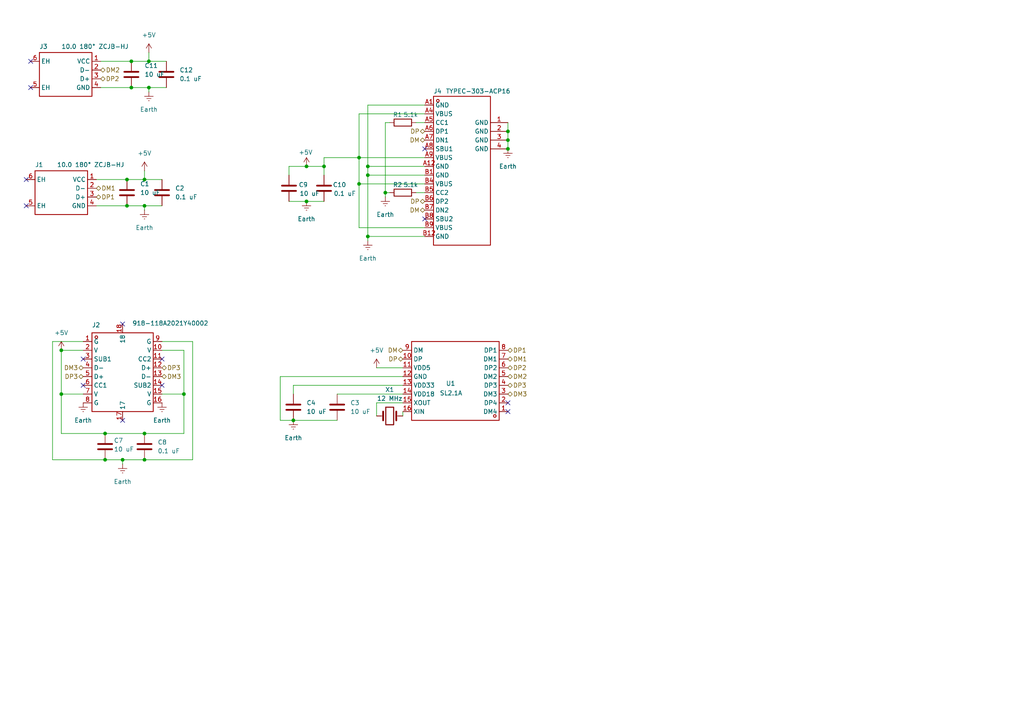
<source format=kicad_sch>
(kicad_sch (version 20250114) (generator "eeschema") (generator_version "9.0")
  (paper "A4")
  (lib_symbols
    (symbol "Device:C" (pin_numbers (hide yes)) (pin_names (offset 0.254))
      (property "Reference" "C" (at 0.635 2.54 0))
      (property "Value" "C" (at 0.635 -2.54 0))
      (symbol "C_0_1"
        (polyline (pts (xy -2.032 0.762) (xy 2.032 0.762)) (stroke (width 0.508)))
        (polyline (pts (xy -2.032 -0.762) (xy 2.032 -0.762)) (stroke (width 0.508)))
      )
      (symbol "C_1_1"
        (pin passive line (at 0 3.81 270) (length 2.794) (name "~") (number "1"))
        (pin passive line (at 0 -3.81 90) (length 2.794) (name "~") (number "2"))
      )
    )
    (symbol "Device:Crystal" (pin_numbers (hide yes)) (pin_names (offset 1.016) (hide yes))
      (property "Reference" "Y" (at 0 3.81 0))
      (property "Value" "Crystal" (at 0 -3.81 0))
      (symbol "Crystal_0_1"
        (polyline (pts (xy -2.54 0) (xy -1.905 0)))
        (polyline (pts (xy -1.905 -1.27) (xy -1.905 1.27)) (stroke (width 0.508)))
        (rectangle (start -1.143 2.54) (end 1.143 -2.54) (stroke (width 0.3048)))
        (polyline (pts (xy 1.905 -1.27) (xy 1.905 1.27)) (stroke (width 0.508)))
        (polyline (pts (xy 2.54 0) (xy 1.905 0)))
      )
      (symbol "Crystal_1_1"
        (pin passive line (at -3.81 0 0) (length 1.27) (name "1") (number "1"))
        (pin passive line (at 3.81 0 180) (length 1.27) (name "2") (number "2"))
      )
    )
    (symbol "Device:R" (pin_numbers (hide yes)) (pin_names (offset 0))
      (property "Reference" "R" (at 2.032 0 90))
      (property "Value" "R" (at 0 0 90))
      (symbol "R_0_1"
        (rectangle (start -1.016 -2.54) (end 1.016 2.54) (stroke (width 0.254)))
      )
      (symbol "R_1_1"
        (pin passive line (at 0 3.81 270) (length 1.27) (name "~") (number "1"))
        (pin passive line (at 0 -3.81 90) (length 1.27) (name "~") (number "2"))
      )
    )
    (symbol "hub-altium-import:root_0_10.0 180° ZCJB-HJ"
      (symbol "root_0_10.0 180° ZCJB-HJ_1_0"
        (rectangle (start -5.08 7.62) (end 10.16 -5.08) (stroke (width 0.254) (color 160 0 0 1)))
        (pin passive line (at -7.62 5.08 0) (length 2.54) (name "EH") (number "6"))
        (pin passive line (at -7.62 -2.54 0) (length 2.54) (name "EH") (number "5"))
        (pin passive line (at 12.7 5.08 180) (length 2.54) (name "VCC") (number "1"))
        (pin passive line (at 12.7 2.54 180) (length 2.54) (name "D-") (number "2"))
        (pin passive line (at 12.7 0 180) (length 2.54) (name "D+") (number "3"))
        (pin passive line (at 12.7 -2.54 180) (length 2.54) (name "GND") (number "4"))
      )
    )
    (symbol "hub-altium-import:root_0_918-118A2021Y40002"
      (symbol "root_0_918-118A2021Y40002_1_0"
        (rectangle (start -8.89 12.7) (end 8.89 -10.16) (stroke (width 0.254) (color 160 0 0 1)))
        (circle (center -7.62 11.43) (radius 0.381) (stroke (width 0.254) (color 160 0 0 1)))
        (pin passive line (at -11.43 10.16 0) (length 2.54) (name "G") (number "1"))
        (pin passive line (at -11.43 7.62 0) (length 2.54) (name "V") (number "2"))
        (pin passive line (at -11.43 5.08 0) (length 2.54) (name "SUB1") (number "3"))
        (pin passive line (at -11.43 2.54 0) (length 2.54) (name "D-") (number "4"))
        (pin passive line (at -11.43 0 0) (length 2.54) (name "D+") (number "5"))
        (pin passive line (at -11.43 -2.54 0) (length 2.54) (name "CC1") (number "6"))
        (pin passive line (at -11.43 -5.08 0) (length 2.54) (name "V") (number "7"))
        (pin passive line (at -11.43 -7.62 0) (length 2.54) (name "G") (number "8"))
        (pin passive line (at 0 15.24 270) (length 2.54) (name "18") (number "18"))
        (pin passive line (at 0 -12.7 90) (length 2.54) (name "17") (number "17"))
        (pin passive line (at 11.43 10.16 180) (length 2.54) (name "G") (number "9"))
        (pin passive line (at 11.43 7.62 180) (length 2.54) (name "V") (number "10"))
        (pin passive line (at 11.43 5.08 180) (length 2.54) (name "CC2") (number "11"))
        (pin passive line (at 11.43 2.54 180) (length 2.54) (name "D+") (number "12"))
        (pin passive line (at 11.43 0 180) (length 2.54) (name "D-") (number "13"))
        (pin passive line (at 11.43 -2.54 180) (length 2.54) (name "SUB2") (number "14"))
        (pin passive line (at 11.43 -5.08 180) (length 2.54) (name "V") (number "15"))
        (pin passive line (at 11.43 -7.62 180) (length 2.54) (name "G") (number "16"))
      )
    )
    (symbol "hub-altium-import:root_0_SL2.1A"
      (symbol "root_0_SL2.1A_1_0"
        (rectangle (start -12.7 11.43) (end 12.7 -11.43) (stroke (width 0.254) (color 160 0 0 1)))
        (circle (center -11.43 10.16) (radius 0.381) (stroke (width 0.254) (color 160 0 0 1)))
        (pin passive line (at -15.24 8.89 0) (length 2.54) (name "DM4") (number "1"))
        (pin passive line (at -15.24 6.35 0) (length 2.54) (name "DP4") (number "2"))
        (pin passive line (at -15.24 3.81 0) (length 2.54) (name "DM3") (number "3"))
        (pin passive line (at -15.24 1.27 0) (length 2.54) (name "DP3") (number "4"))
        (pin passive line (at -15.24 -1.27 0) (length 2.54) (name "DM2") (number "5"))
        (pin passive line (at -15.24 -3.81 0) (length 2.54) (name "DP2") (number "6"))
        (pin passive line (at -15.24 -6.35 0) (length 2.54) (name "DM1") (number "7"))
        (pin passive line (at -15.24 -8.89 0) (length 2.54) (name "DP1") (number "8"))
        (pin passive line (at 15.24 8.89 180) (length 2.54) (name "XIN") (number "16"))
        (pin passive line (at 15.24 6.35 180) (length 2.54) (name "XOUT") (number "15"))
        (pin passive line (at 15.24 3.81 180) (length 2.54) (name "VDD18") (number "14"))
        (pin passive line (at 15.24 1.27 180) (length 2.54) (name "VDD33") (number "13"))
        (pin passive line (at 15.24 -1.27 180) (length 2.54) (name "GND") (number "12"))
        (pin passive line (at 15.24 -3.81 180) (length 2.54) (name "VDD5") (number "11"))
        (pin passive line (at 15.24 -6.35 180) (length 2.54) (name "DP") (number "10"))
        (pin passive line (at 15.24 -8.89 180) (length 2.54) (name "DM") (number "9"))
      )
    )
    (symbol "hub-altium-import:root_0_TYPEC-303-ACP16"
      (symbol "root_0_TYPEC-303-ACP16_1_0"
        (rectangle (start -5.08 21.59) (end 11.43 -21.59) (stroke (width 0.254) (color 160 0 0 1)))
        (circle (center -3.81 20.32) (radius 0.381) (stroke (width 0.254) (color 160 0 0 1)))
        (pin passive line (at -7.62 19.05 0) (length 2.54) (name "GND") (number "A1"))
        (pin passive line (at -7.62 16.51 0) (length 2.54) (name "VBUS") (number "A4"))
        (pin passive line (at -7.62 13.97 0) (length 2.54) (name "CC1") (number "A5"))
        (pin passive line (at -7.62 11.43 0) (length 2.54) (name "DP1") (number "A6"))
        (pin passive line (at -7.62 8.89 0) (length 2.54) (name "DN1") (number "A7"))
        (pin passive line (at -7.62 6.35 0) (length 2.54) (name "SBU1") (number "A8"))
        (pin passive line (at -7.62 3.81 0) (length 2.54) (name "VBUS") (number "A9"))
        (pin passive line (at -7.62 1.27 0) (length 2.54) (name "GND") (number "A12"))
        (pin passive line (at -7.62 -1.27 0) (length 2.54) (name "GND") (number "B1"))
        (pin passive line (at -7.62 -3.81 0) (length 2.54) (name "VBUS") (number "B4"))
        (pin passive line (at -7.62 -6.35 0) (length 2.54) (name "CC2") (number "B5"))
        (pin passive line (at -7.62 -8.89 0) (length 2.54) (name "DP2") (number "B6"))
        (pin passive line (at -7.62 -11.43 0) (length 2.54) (name "DN2") (number "B7"))
        (pin passive line (at -7.62 -13.97 0) (length 2.54) (name "SBU2") (number "B8"))
        (pin passive line (at -7.62 -16.51 0) (length 2.54) (name "VBUS") (number "B9"))
        (pin passive line (at -7.62 -19.05 0) (length 2.54) (name "GND") (number "B12"))
        (pin passive line (at 16.51 13.97 180) (length 5.08) (name "GND") (number "1"))
        (pin passive line (at 16.51 11.43 180) (length 5.08) (name "GND") (number "2"))
        (pin passive line (at 16.51 8.89 180) (length 5.08) (name "GND") (number "3"))
        (pin passive line (at 16.51 6.35 180) (length 5.08) (name "GND") (number "4"))
      )
    )
    (symbol "power:+5V" (power) (pin_numbers (hide yes)) (pin_names (offset 0) (hide yes))
      (property "Value" "+5V" (at 0 3.556 0))
      (symbol "+5V_0_1"
        (polyline (pts (xy -0.762 1.27) (xy 0 2.54)))
        (polyline (pts (xy 0 2.54) (xy 0.762 1.27)))
        (polyline (pts (xy 0 0) (xy 0 2.54)))
      )
      (symbol "+5V_1_1"
        (pin power_in line (at 0 0 90) (length 0) (name "~") (number "1"))
      )
    )
    (symbol "power:Earth" (power) (pin_numbers (hide yes)) (pin_names (offset 0) (hide yes))
      (property "Value" "Earth" (at 0 -3.81 0))
      (symbol "Earth_0_1"
        (polyline (pts (xy -0.635 -1.905) (xy 0.635 -1.905)))
        (polyline (pts (xy -0.127 -2.54) (xy 0.127 -2.54)))
        (polyline (pts (xy 0 -1.27) (xy 0 0)))
        (polyline (pts (xy 1.27 -1.27) (xy -1.27 -1.27)))
      )
      (symbol "Earth_1_1"
        (pin power_in line (at 0 0 270) (length 0) (name "~") (number "1"))
      )
    )
  )
  (junction (at 30.48 125.73))
  (junction (at 88.9 58.42))
  (junction (at 36.83 59.69))
  (junction (at 104.14 53.34))
  (junction (at 38.1 17.78))
  (junction (at 38.1 25.4))
  (junction (at 53.34 114.3))
  (junction (at 85.09 121.92))
  (junction (at 106.68 48.26))
  (junction (at 35.56 133.35))
  (junction (at 111.76 55.88))
  (junction (at 93.98 48.26))
  (junction (at 88.9 48.26))
  (junction (at 147.32 38.1))
  (junction (at 41.91 52.07))
  (junction (at 41.91 125.73))
  (junction (at 147.32 40.64))
  (junction (at 106.68 50.8))
  (junction (at 36.83 52.07))
  (junction (at 41.91 59.69))
  (junction (at 17.78 101.6))
  (junction (at 147.32 43.18))
  (junction (at 43.18 25.4))
  (junction (at 43.18 17.78))
  (junction (at 104.14 45.72))
  (junction (at 106.68 68.58))
  (junction (at 41.91 133.35))
  (junction (at 30.48 133.35))
  (junction (at 17.78 114.3))
  (no_connect (at 24.13 111.76))
  (no_connect (at 123.19 63.5))
  (no_connect (at 46.99 111.76))
  (no_connect (at 46.99 104.14))
  (no_connect (at 147.32 116.84))
  (no_connect (at 8.89 25.4))
  (no_connect (at 7.62 59.69))
  (no_connect (at 35.56 93.98))
  (no_connect (at 24.13 104.14))
  (no_connect (at 8.89 17.78))
  (no_connect (at 147.32 119.38))
  (no_connect (at 123.19 43.18))
  (no_connect (at 35.56 121.92))
  (no_connect (at 7.62 52.07))
  (wire (pts (xy 83.82 48.26) (xy 88.9 48.26)))
  (wire (pts (xy 24.13 101.6) (xy 17.78 101.6)))
  (wire (pts (xy 106.68 68.58) (xy 123.19 68.58)))
  (wire (pts (xy 104.14 33.02) (xy 123.19 33.02)))
  (wire (pts (xy 36.83 52.07) (xy 41.91 52.07)))
  (wire (pts (xy 109.22 116.84) (xy 109.22 120.65)))
  (wire (pts (xy 88.9 48.26) (xy 93.98 48.26)))
  (wire (pts (xy 43.18 17.78) (xy 48.26 17.78)))
  (wire (pts (xy 106.68 68.58) (xy 106.68 69.85)))
  (wire (pts (xy 120.65 35.56) (xy 123.19 35.56)))
  (wire (pts (xy 46.99 101.6) (xy 53.34 101.6)))
  (wire (pts (xy 85.09 111.76) (xy 85.09 114.3)))
  (wire (pts (xy 24.13 99.06) (xy 15.24 99.06)))
  (wire (pts (xy 17.78 101.6) (xy 17.78 114.3)))
  (wire (pts (xy 116.84 111.76) (xy 85.09 111.76)))
  (wire (pts (xy 111.76 35.56) (xy 111.76 55.88)))
  (wire (pts (xy 15.24 99.06) (xy 15.24 133.35)))
  (wire (pts (xy 147.32 35.56) (xy 147.32 38.1)))
  (wire (pts (xy 106.68 50.8) (xy 123.19 50.8)))
  (wire (pts (xy 35.56 133.35) (xy 35.56 134.62)))
  (wire (pts (xy 35.56 133.35) (xy 41.91 133.35)))
  (wire (pts (xy 116.84 116.84) (xy 109.22 116.84)))
  (wire (pts (xy 27.94 59.69) (xy 36.83 59.69)))
  (wire (pts (xy 93.98 45.72) (xy 104.14 45.72)))
  (wire (pts (xy 17.78 114.3) (xy 24.13 114.3)))
  (wire (pts (xy 53.34 114.3) (xy 46.99 114.3)))
  (wire (pts (xy 93.98 48.26) (xy 93.98 45.72)))
  (wire (pts (xy 41.91 125.73) (xy 53.34 125.73)))
  (wire (pts (xy 106.68 48.26) (xy 106.68 50.8)))
  (wire (pts (xy 38.1 25.4) (xy 43.18 25.4)))
  (wire (pts (xy 29.21 25.4) (xy 38.1 25.4)))
  (wire (pts (xy 104.14 33.02) (xy 104.14 45.72)))
  (wire (pts (xy 55.88 133.35) (xy 41.91 133.35)))
  (wire (pts (xy 27.94 52.07) (xy 36.83 52.07)))
  (wire (pts (xy 104.14 66.04) (xy 104.14 53.34)))
  (wire (pts (xy 106.68 50.8) (xy 106.68 68.58)))
  (wire (pts (xy 46.99 99.06) (xy 55.88 99.06)))
  (wire (pts (xy 116.84 120.65) (xy 116.84 119.38)))
  (wire (pts (xy 41.91 49.53) (xy 41.91 52.07)))
  (wire (pts (xy 106.68 30.48) (xy 106.68 48.26)))
  (wire (pts (xy 97.79 114.3) (xy 116.84 114.3)))
  (wire (pts (xy 15.24 133.35) (xy 30.48 133.35)))
  (wire (pts (xy 17.78 114.3) (xy 17.78 125.73)))
  (wire (pts (xy 29.21 17.78) (xy 38.1 17.78)))
  (wire (pts (xy 104.14 45.72) (xy 104.14 53.34)))
  (wire (pts (xy 93.98 48.26) (xy 93.98 50.8)))
  (wire (pts (xy 123.19 66.04) (xy 104.14 66.04)))
  (wire (pts (xy 81.28 109.22) (xy 81.28 121.92)))
  (wire (pts (xy 43.18 26.67) (xy 43.18 25.4)))
  (wire (pts (xy 116.84 109.22) (xy 81.28 109.22)))
  (wire (pts (xy 53.34 125.73) (xy 53.34 114.3)))
  (wire (pts (xy 81.28 121.92) (xy 85.09 121.92)))
  (wire (pts (xy 30.48 133.35) (xy 35.56 133.35)))
  (wire (pts (xy 55.88 99.06) (xy 55.88 133.35)))
  (wire (pts (xy 53.34 101.6) (xy 53.34 114.3)))
  (wire (pts (xy 41.91 52.07) (xy 46.99 52.07)))
  (wire (pts (xy 111.76 35.56) (xy 113.03 35.56)))
  (wire (pts (xy 109.22 106.68) (xy 116.84 106.68)))
  (wire (pts (xy 41.91 59.69) (xy 46.99 59.69)))
  (wire (pts (xy 147.32 38.1) (xy 147.32 40.64)))
  (wire (pts (xy 123.19 53.34) (xy 104.14 53.34)))
  (wire (pts (xy 38.1 17.78) (xy 43.18 17.78)))
  (wire (pts (xy 41.91 60.96) (xy 41.91 59.69)))
  (wire (pts (xy 30.48 125.73) (xy 41.91 125.73)))
  (wire (pts (xy 17.78 125.73) (xy 30.48 125.73)))
  (wire (pts (xy 120.65 55.88) (xy 123.19 55.88)))
  (wire (pts (xy 36.83 59.69) (xy 41.91 59.69)))
  (wire (pts (xy 88.9 58.42) (xy 93.98 58.42)))
  (wire (pts (xy 147.32 40.64) (xy 147.32 43.18)))
  (wire (pts (xy 43.18 15.24) (xy 43.18 17.78)))
  (wire (pts (xy 123.19 30.48) (xy 106.68 30.48)))
  (wire (pts (xy 83.82 48.26) (xy 83.82 50.8)))
  (wire (pts (xy 104.14 45.72) (xy 123.19 45.72)))
  (wire (pts (xy 111.76 57.15) (xy 111.76 55.88)))
  (wire (pts (xy 106.68 48.26) (xy 123.19 48.26)))
  (wire (pts (xy 111.76 55.88) (xy 113.03 55.88)))
  (wire (pts (xy 85.09 121.92) (xy 97.79 121.92)))
  (wire (pts (xy 43.18 25.4) (xy 48.26 25.4)))
  (wire (pts (xy 83.82 58.42) (xy 88.9 58.42)))
  (hierarchical_label "DP" (shape bidirectional) (at 116.84 104.14 180))
  (hierarchical_label "DP2" (shape bidirectional) (at 147.32 106.68 0))
  (hierarchical_label "DM3" (shape bidirectional) (at 147.32 114.3 0))
  (hierarchical_label "DM1" (shape bidirectional) (at 27.94 54.61 0))
  (hierarchical_label "DP3" (shape bidirectional) (at 24.13 109.22 180))
  (hierarchical_label "DP" (shape bidirectional) (at 123.19 58.42 180))
  (hierarchical_label "DM" (shape bidirectional) (at 123.19 60.96 180))
  (hierarchical_label "DP" (shape bidirectional) (at 123.19 38.1 180))
  (hierarchical_label "DP3" (shape bidirectional) (at 147.32 111.76 0))
  (hierarchical_label "DP1" (shape bidirectional) (at 27.94 57.15 0))
  (hierarchical_label "DM3" (shape bidirectional) (at 24.13 106.68 180))
  (hierarchical_label "DM1" (shape bidirectional) (at 147.32 104.14 0))
  (hierarchical_label "DP3" (shape bidirectional) (at 46.99 106.68 0))
  (hierarchical_label "DM2" (shape bidirectional) (at 147.32 109.22 0))
  (hierarchical_label "DM3" (shape bidirectional) (at 46.99 109.22 0))
  (hierarchical_label "DM" (shape bidirectional) (at 116.84 101.6 180))
  (hierarchical_label "DM" (shape bidirectional) (at 123.19 40.64 180))
  (hierarchical_label "DM2" (shape bidirectional) (at 29.21 20.32 0))
  (hierarchical_label "DP1" (shape bidirectional) (at 147.32 101.6 0))
  (hierarchical_label "DP2" (shape bidirectional) (at 29.21 22.86 0))
  (symbol (lib_id "power:Earth") (at 24.13 116.84 0) (unit 1)
    (property "Reference" "#PWR03" (effects (hide yes)))
    (property "Value" "Earth" (at 24.13 121.92 0))
    (property "Description" "Power symbol creates a global label with name \"Earth\"" (effects (hide yes)))
  )
  (symbol (lib_id "Device:C") (at 30.48 129.54 0) (unit 1)
    (property "Reference" "C7" (at 33.02 127.762 0) (effects (justify left)))
    (property "Value" "10 uF" (at 33.02 130.302 0) (effects (justify left)))
    (property "Footprint" "Capacitor_SMD:C_0402_1005Metric_Pad0.74x0.62mm_HandSolder" (effects (hide yes)))
    (property "Description" "Unpolarized capacitor" (effects (hide yes)))
  )
  (symbol (lib_id "power:Earth") (at 43.18 26.67 0) (unit 1)
    (property "Reference" "#PWR014" (effects (hide yes)))
    (property "Value" "Earth" (at 43.18 31.75 0))
    (property "Description" "Power symbol creates a global label with name \"Earth\"" (effects (hide yes)))
  )
  (symbol (lib_id "Device:R") (at 116.84 55.88 90) (unit 1)
    (property "Reference" "R2" (at 115.316 53.594 90))
    (property "Value" "5.1k" (at 119.126 53.594 90))
    (property "Footprint" "Resistor_SMD:R_0402_1005Metric_Pad0.72x0.64mm_HandSolder" (effects (hide yes)))
    (property "Description" "Resistor" (effects (hide yes)))
  )
  (symbol (lib_id "power:Earth") (at 106.68 69.85 0) (unit 1)
    (property "Reference" "#PWR09" (effects (hide yes)))
    (property "Value" "Earth" (at 106.68 74.93 0))
    (property "Description" "Power symbol creates a global label with name \"Earth\"" (effects (hide yes)))
  )
  (symbol (lib_id "power:Earth") (at 41.91 60.96 0) (unit 1)
    (property "Reference" "#PWR012" (effects (hide yes)))
    (property "Value" "Earth" (at 41.91 66.04 0))
    (property "Description" "Power symbol creates a global label with name \"Earth\"" (effects (hide yes)))
  )
  (symbol (lib_id "Device:C") (at 41.91 129.54 0) (unit 1)
    (property "Reference" "C8" (at 45.72 128.2699 0) (effects (justify left)))
    (property "Value" "0.1 uF" (at 45.72 130.8099 0) (effects (justify left)))
    (property "Footprint" "Capacitor_SMD:C_0402_1005Metric_Pad0.74x0.62mm_HandSolder" (effects (hide yes)))
    (property "Description" "Unpolarized capacitor" (effects (hide yes)))
  )
  (symbol (lib_id "Device:C") (at 83.82 54.61 0) (unit 1)
    (property "Reference" "C9" (at 86.614 53.594 0) (effects (justify left)))
    (property "Value" "10 uF" (at 86.868 56.134 0) (effects (justify left)))
    (property "Footprint" "Capacitor_SMD:C_0402_1005Metric_Pad0.74x0.62mm_HandSolder" (effects (hide yes)))
    (property "Description" "Unpolarized capacitor" (effects (hide yes)))
  )
  (symbol (lib_id "Device:C") (at 97.79 118.11 0) (unit 1)
    (property "Reference" "C3" (at 101.6 116.8399 0) (effects (justify left)))
    (property "Value" "10 uF" (at 101.6 119.3799 0) (effects (justify left)))
    (property "Footprint" "Capacitor_SMD:C_0402_1005Metric_Pad0.74x0.62mm_HandSolder" (effects (hide yes)))
    (property "Description" "Unpolarized capacitor" (effects (hide yes)))
  )
  (symbol (lib_id "power:+5V") (at 17.78 101.6 0) (unit 1)
    (property "Reference" "#PWR05" (effects (hide yes)))
    (property "Value" "+5V" (at 17.78 96.52 0))
    (property "Description" "Power symbol creates a global label with name \"+5V\"" (effects (hide yes)))
  )
  (symbol (lib_id "Device:C") (at 85.09 118.11 0) (unit 1)
    (property "Reference" "C4" (at 88.9 116.8399 0) (effects (justify left)))
    (property "Value" "10 uF" (at 88.9 119.3799 0) (effects (justify left)))
    (property "Footprint" "Capacitor_SMD:C_0402_1005Metric_Pad0.74x0.62mm_HandSolder" (effects (hide yes)))
    (property "Description" "Unpolarized capacitor" (effects (hide yes)))
  )
  (symbol (lib_id "Device:C") (at 38.1 21.59 0) (unit 1)
    (property "Reference" "C11" (at 41.91 19.0499 0) (effects (justify left)))
    (property "Value" "10 uF" (at 41.91 21.5899 0) (effects (justify left)))
    (property "Footprint" "Capacitor_SMD:C_0402_1005Metric_Pad0.74x0.62mm_HandSolder" (effects (hide yes)))
    (property "Description" "Unpolarized capacitor" (effects (hide yes)))
  )
  (symbol (lib_id "power:Earth") (at 111.76 57.15 0) (unit 1)
    (property "Reference" "#PWR013" (effects (hide yes)))
    (property "Value" "Earth" (at 111.76 62.23 0))
    (property "Description" "Power symbol creates a global label with name \"Earth\"" (effects (hide yes)))
  )
  (symbol (lib_id "power:+5V") (at 109.22 106.68 0) (unit 1)
    (property "Reference" "#PWR02" (effects (hide yes)))
    (property "Value" "+5V" (at 109.22 101.6 0))
    (property "Description" "Power symbol creates a global label with name \"+5V\"" (effects (hide yes)))
  )
  (symbol (lib_id "power:+5V") (at 88.9 48.26 0) (unit 1)
    (property "Reference" "#PWR07" (effects (hide yes)))
    (property "Value" "+5V" (at 88.646 44.196 0))
    (property "Description" "Power symbol creates a global label with name \"+5V\"" (effects (hide yes)))
  )
  (symbol (lib_id "Device:C") (at 93.98 54.61 0) (unit 1)
    (property "Reference" "C10" (at 96.52 53.594 0) (effects (justify left)))
    (property "Value" "0.1 uF" (at 96.774 56.134 0) (effects (justify left)))
    (property "Footprint" "Capacitor_SMD:C_0402_1005Metric_Pad0.74x0.62mm_HandSolder" (effects (hide yes)))
    (property "Description" "Unpolarized capacitor" (effects (hide yes)))
  )
  (symbol (lib_id "Device:C") (at 36.83 55.88 0) (unit 1)
    (property "Reference" "C1" (at 40.64 53.3399 0) (effects (justify left)))
    (property "Value" "10 uF" (at 40.64 55.8799 0) (effects (justify left)))
    (property "Footprint" "Capacitor_SMD:C_0402_1005Metric_Pad0.74x0.62mm_HandSolder" (effects (hide yes)))
    (property "Description" "Unpolarized capacitor" (effects (hide yes)))
  )
  (symbol (lib_id "hub-altium-import:root_0_TYPEC-303-ACP16") (at 130.81 49.53 0) (unit 1)
    (property "Reference" "J4" (at 125.73 27.178 0) (effects (justify left bottom)))
    (property "Value" "TYPEC-303-ACP16" (at 129.286 27.178 0) (effects (justify left bottom)))
    (property "Footprint" "custom-components:USB-C-SMD_TYPEC-303-ACP16" (effects (hide yes)))
    (property "SYMBOL" "TYPEC-303-ACP16" (effects (hide yes)))
    (property "DEVICE" "TYPEC-303-ACP16" (effects (hide yes)))
    (property "LCSC PART NAME" "Type-C 母 立贴" (effects (hide yes)))
    (property "SUPPLIER PART" "C720628" (effects (hide yes)))
    (property "MANUFACTURER" "XUNPU(讯普)" (effects (hide yes)))
    (property "MANUFACTURER PART" "TYPEC-303-ACP16" (effects (hide yes)))
    (property "SUPPLIER FOOTPRINT" "SMD" (effects (hide yes)))
    (property "JLCPCB PART CLASS" "Extended Part" (effects (hide yes)))
    (property "DATASHEET" "https://atta.szlcsc.com/upload/public/pdf/source/20211130/923863AA03137020414D5B2211B6B11A.pdf" (effects (hide yes)))
    (property "SUPPLIER" "LCSC" (effects (hide yes)))
    (property "ADD INTO BOM" "yes" (effects (hide yes)))
    (property "CONVERT TO PCB" "yes" (effects (hide yes)))
    (property "CONNECTOR TYPE" "Type-C" (effects (hide yes)))
    (property "STANDARD" "USB 3.1" (effects (hide yes)))
    (property "GENDER" "母" (effects (hide yes)))
    (property "NUMBER OF PORTS" "1" (effects (hide yes)))
    (property "NUMBER OF CONTACTS" "16P" (effects (hide yes)))
    (property "MOUNTING STYLE" "立贴" (effects (hide yes)))
    (property "CURRENT RATING - POWER (MAX)" "5A" (effects (hide yes)))
    (property "OPERATING TEMPERATURE RANGE" "-25℃~+85℃" (effects (hide yes)))
    (property "SOLDERING TEMPERATURE(MAX)" "260℃" (effects (hide yes)))
  )
  (symbol (lib_id "Device:R") (at 116.84 35.56 90) (unit 1)
    (property "Reference" "R1" (at 115.316 33.274 90))
    (property "Value" "5.1k" (at 119.126 33.274 90))
    (property "Footprint" "Resistor_SMD:R_0402_1005Metric_Pad0.72x0.64mm_HandSolder" (effects (hide yes)))
    (property "Description" "Resistor" (effects (hide yes)))
  )
  (symbol (lib_id "hub-altium-import:root_0_SL2.1A") (at 132.08 110.49 180) (unit 1)
    (property "Reference" "U1" (at 132.08 110.49 0) (effects (justify left bottom)))
    (property "Value" "SL2.1A" (at 134.112 113.284 0) (effects (justify left bottom)))
    (property "Footprint" "custom-components:SOP-16_L10.0-W3.9-P1.27-LS6.0-BL" (effects (hide yes)))
    (property "SYMBOL" "SL2.1A" (effects (hide yes)))
    (property "DEVICE" "SL2.1A" (effects (hide yes)))
    (property "LCSC PART NAME" "USB2.0高速4端口HUB控制器" (effects (hide yes)))
    (property "SUPPLIER PART" "C192893" (effects (hide yes)))
    (property "MANUFACTURER" "CoreChips(和芯润德)" (effects (hide yes)))
    (property "MANUFACTURER PART" "SL2.1A" (effects (hide yes)))
    (property "SUPPLIER FOOTPRINT" "SOP-16" (effects (hide yes)))
    (property "JLCPCB PART CLASS" "Extended Part" (effects (hide yes)))
    (property "DATASHEET" "https://atta.szlcsc.com/upload/public/pdf/source/20180522/C192893_624110D24898D57AAC785E3DF98EA862.pdf" (effects (hide yes)))
    (property "SUPPLIER" "LCSC" (effects (hide yes)))
    (property "ADD INTO BOM" "yes" (effects (hide yes)))
    (property "CONVERT TO PCB" "yes" (effects (hide yes)))
  )
  (symbol (lib_id "hub-altium-import:root_0_10.0 180° ZCJB-HJ") (at 15.24 57.15 0) (unit 1)
    (property "Reference" "J1" (at 10.16 48.514 0) (effects (justify left bottom)))
    (property "Value" "10.0 180° ZCJB-HJ" (at 16.51 48.514 0) (effects (justify left bottom)))
    (property "Footprint" "custom-components:USB-A-FEMALE" (effects (hide yes)))
    (property "SYMBOL" "10.0 180° ZCJB-HJ" (effects (hide yes)))
    (property "DEVICE" "10.0 180° ZCJB-HJ" (effects (hide yes)))
    (property "LCSC PART NAME" "Type-A 母 直插" (effects (hide yes)))
    (property "SUPPLIER PART" "C2681562" (effects (hide yes)))
    (property "MANUFACTURER" "SHOU HAN(首韩)" (effects (hide yes)))
    (property "MANUFACTURER PART" "10.0 180° ZCJB-HJ" (effects (hide yes)))
    (property "SUPPLIER FOOTPRINT" "插件" (effects (hide yes)))
    (property "JLCPCB PART CLASS" "Extended Part" (effects (hide yes)))
    (property "DATASHEET" "https://atta.szlcsc.com/upload/public/pdf/source/20210122/C2681562_F87A6740E9F2C84060948B1B5DBCB2C0.pdf" (effects (hide yes)))
    (property "SUPPLIER" "LCSC" (effects (hide yes)))
    (property "ADD INTO BOM" "yes" (effects (hide yes)))
    (property "CONVERT TO PCB" "yes" (effects (hide yes)))
    (property "CONNECTOR TYPE" "Type-A" (effects (hide yes)))
    (property "STANDARD" "USB 2.0" (effects (hide yes)))
    (property "GENDER" "母" (effects (hide yes)))
    (property "MOUNTING STYLE" "直插" (effects (hide yes)))
    (property "NUMBER OF CONTACTS" "4P" (effects (hide yes)))
    (property "NUMBER OF PORTS" "1" (effects (hide yes)))
    (property "CURRENT RATING - POWER (MAX)" "1.5A" (effects (hide yes)))
    (property "RATED VOLTAGE (MAX)" "30V" (effects (hide yes)))
    (property "CONNECT-DISCONNECT LIFE" "5千次" (effects (hide yes)))
    (property "SUPPLEMENTARY FEATURES" "-" (effects (hide yes)))
    (property "CENTER HEIGHT" "-" (effects (hide yes)))
    (property "LENGTH" "10mm" (effects (hide yes)))
    (property "CORE COLOUR" "黑色" (effects (hide yes)))
    (property "OPERATING TEMPERATURE RANGE" "-25℃~+85℃" (effects (hide yes)))
  )
  (symbol (lib_id "power:Earth") (at 35.56 134.62 0) (unit 1)
    (property "Reference" "#PWR06" (effects (hide yes)))
    (property "Value" "Earth" (at 35.56 139.7 0))
    (property "Description" "Power symbol creates a global label with name \"Earth\"" (effects (hide yes)))
  )
  (symbol (lib_id "power:+5V") (at 41.91 49.53 0) (unit 1)
    (property "Reference" "#PWR01" (effects (hide yes)))
    (property "Value" "+5V" (at 41.91 44.45 0))
    (property "Description" "Power symbol creates a global label with name \"+5V\"" (effects (hide yes)))
  )
  (symbol (lib_id "power:Earth") (at 88.9 58.42 0) (unit 1)
    (property "Reference" "#PWR08" (effects (hide yes)))
    (property "Value" "Earth" (at 88.9 63.5 0))
    (property "Description" "Power symbol creates a global label with name \"Earth\"" (effects (hide yes)))
  )
  (symbol (lib_id "Device:C") (at 48.26 21.59 0) (unit 1)
    (property "Reference" "C12" (at 52.07 20.3199 0) (effects (justify left)))
    (property "Value" "0.1 uF" (at 52.07 22.8599 0) (effects (justify left)))
    (property "Footprint" "Capacitor_SMD:C_0402_1005Metric_Pad0.74x0.62mm_HandSolder" (effects (hide yes)))
    (property "Description" "Unpolarized capacitor" (effects (hide yes)))
  )
  (symbol (lib_id "power:Earth") (at 147.32 43.18 0) (unit 1)
    (property "Reference" "#PWR018" (effects (hide yes)))
    (property "Value" "Earth" (at 147.32 48.26 0))
    (property "Description" "Power symbol creates a global label with name \"Earth\"" (effects (hide yes)))
  )
  (symbol (lib_id "hub-altium-import:root_0_918-118A2021Y40002") (at 35.56 109.22 0) (unit 1)
    (property "Reference" "J2" (at 26.67 94.996 0) (effects (justify left bottom)))
    (property "Value" "918-118A2021Y40002" (at 38.354 94.488 0) (effects (justify left bottom)))
    (property "Footprint" "custom-components:TYPE-C-SMD-MALE" (effects (hide yes)))
    (property "SYMBOL" "918-118A2021Y40002" (effects (hide yes)))
    (property "DEVICE" "918-118A2021Y40002" (effects (hide yes)))
    (property "LCSC PART NAME" "Type-C 公 立贴" (effects (hide yes)))
    (property "SUPPLIER PART" "C399939" (effects (hide yes)))
    (property "MANUFACTURER" "精拓金" (effects (hide yes)))
    (property "MANUFACTURER PART" "918-118A2021Y40002" (effects (hide yes)))
    (property "SUPPLIER FOOTPRINT" "SMD" (effects (hide yes)))
    (property "JLCPCB PART CLASS" "Extended Part" (effects (hide yes)))
    (property "DATASHEET" "https://atta.szlcsc.com/upload/public/pdf/source/20230504/B126D31BD540D122A8150C41D071C7E6.pdf" (effects (hide yes)))
    (property "SUPPLIER" "LCSC" (effects (hide yes)))
    (property "ADD INTO BOM" "yes" (effects (hide yes)))
    (property "CONVERT TO PCB" "yes" (effects (hide yes)))
    (property "CONNECTOR TYPE" "Type-C" (effects (hide yes)))
    (property "STANDARD" "USB 2.0" (effects (hide yes)))
    (property "GENDER" "公" (effects (hide yes)))
    (property "MOUNTING STYLE" "立贴" (effects (hide yes)))
    (property "NUMBER OF CONTACTS" "16P" (effects (hide yes)))
    (property "NUMBER OF PORTS" "1" (effects (hide yes)))
    (property "CURRENT RATING - POWER (MAX)" "-" (effects (hide yes)))
    (property "CONTACT MATERIAL" "-" (effects (hide yes)))
    (property "CONTACT PLATING" "-" (effects (hide yes)))
    (property "OPERATING TEMPERATURE RANGE" "-" (effects (hide yes)))
    (property "SOLDERING TEMPERATURE(MAX)" "-" (effects (hide yes)))
    (property "RATED VOLTAGE (MAX)" "-" (effects (hide yes)))
    (property "CENTER HEIGHT" "-" (effects (hide yes)))
    (property "LENGTH" "-" (effects (hide yes)))
    (property "SUPPLEMENTARY FEATURES" "-" (effects (hide yes)))
    (property "CONNECT-DISCONNECT LIFE" "-" (effects (hide yes)))
    (property "CORE COLOUR" "-" (effects (hide yes)))
  )
  (symbol (lib_id "Device:Crystal") (at 113.03 120.65 180) (unit 1)
    (property "Reference" "X1" (at 113.03 113.03 0))
    (property "Value" "12 MHz" (at 113.03 115.57 0))
    (property "Footprint" "Crystal:Crystal_SMD_HC49-SD" (effects (hide yes)))
    (property "Description" "Two pin crystal" (effects (hide yes)))
  )
  (symbol (lib_id "hub-altium-import:root_0_10.0 180° ZCJB-HJ") (at 16.51 22.86 0) (unit 1)
    (property "Reference" "J3" (at 11.43 14.224 0) (effects (justify left bottom)))
    (property "Value" "10.0 180° ZCJB-HJ" (at 17.78 14.224 0) (effects (justify left bottom)))
    (property "Footprint" "custom-components:USB-A-FEMALE" (effects (hide yes)))
    (property "SYMBOL" "10.0 180° ZCJB-HJ" (effects (hide yes)))
    (property "DEVICE" "10.0 180° ZCJB-HJ" (effects (hide yes)))
    (property "LCSC PART NAME" "Type-A 母 直插" (effects (hide yes)))
    (property "SUPPLIER PART" "C2681562" (effects (hide yes)))
    (property "MANUFACTURER" "SHOU HAN(首韩)" (effects (hide yes)))
    (property "MANUFACTURER PART" "10.0 180° ZCJB-HJ" (effects (hide yes)))
    (property "SUPPLIER FOOTPRINT" "插件" (effects (hide yes)))
    (property "JLCPCB PART CLASS" "Extended Part" (effects (hide yes)))
    (property "DATASHEET" "https://atta.szlcsc.com/upload/public/pdf/source/20210122/C2681562_F87A6740E9F2C84060948B1B5DBCB2C0.pdf" (effects (hide yes)))
    (property "SUPPLIER" "LCSC" (effects (hide yes)))
    (property "ADD INTO BOM" "yes" (effects (hide yes)))
    (property "CONVERT TO PCB" "yes" (effects (hide yes)))
    (property "CONNECTOR TYPE" "Type-A" (effects (hide yes)))
    (property "STANDARD" "USB 2.0" (effects (hide yes)))
    (property "GENDER" "母" (effects (hide yes)))
    (property "MOUNTING STYLE" "直插" (effects (hide yes)))
    (property "NUMBER OF CONTACTS" "4P" (effects (hide yes)))
    (property "NUMBER OF PORTS" "1" (effects (hide yes)))
    (property "CURRENT RATING - POWER (MAX)" "1.5A" (effects (hide yes)))
    (property "RATED VOLTAGE (MAX)" "30V" (effects (hide yes)))
    (property "CONNECT-DISCONNECT LIFE" "5千次" (effects (hide yes)))
    (property "SUPPLEMENTARY FEATURES" "-" (effects (hide yes)))
    (property "CENTER HEIGHT" "-" (effects (hide yes)))
    (property "LENGTH" "10mm" (effects (hide yes)))
    (property "CORE COLOUR" "黑色" (effects (hide yes)))
    (property "OPERATING TEMPERATURE RANGE" "-25℃~+85℃" (effects (hide yes)))
  )
  (symbol (lib_id "power:Earth") (at 85.09 121.92 0) (unit 1)
    (property "Reference" "#PWR04" (effects (hide yes)))
    (property "Value" "Earth" (at 85.09 127 0))
    (property "Description" "Power symbol creates a global label with name \"Earth\"" (effects (hide yes)))
  )
  (symbol (lib_id "Device:C") (at 46.99 55.88 0) (unit 1)
    (property "Reference" "C2" (at 50.8 54.6099 0) (effects (justify left)))
    (property "Value" "0.1 uF" (at 50.8 57.1499 0) (effects (justify left)))
    (property "Footprint" "Capacitor_SMD:C_0402_1005Metric_Pad0.74x0.62mm_HandSolder" (effects (hide yes)))
    (property "Description" "Unpolarized capacitor" (effects (hide yes)))
  )
  (symbol (lib_id "power:Earth") (at 46.99 116.84 0) (unit 1)
    (property "Reference" "#PWR016" (effects (hide yes)))
    (property "Value" "Earth" (at 46.99 121.92 0))
    (property "Description" "Power symbol creates a global label with name \"Earth\"" (effects (hide yes)))
  )
  (symbol (lib_id "power:+5V") (at 43.18 15.24 0) (unit 1)
    (property "Reference" "#PWR010" (effects (hide yes)))
    (property "Value" "+5V" (at 43.18 10.16 0))
    (property "Description" "Power symbol creates a global label with name \"+5V\"" (effects (hide yes)))
  )
)
</source>
